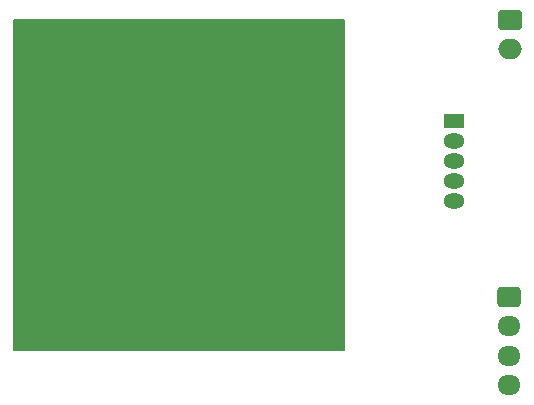
<source format=gbr>
%TF.GenerationSoftware,KiCad,Pcbnew,5.99.0-unknown-1f4a56005e~130~ubuntu20.04.1*%
%TF.CreationDate,2021-06-26T22:45:04+02:00*%
%TF.ProjectId,LED-Modul,4c45442d-4d6f-4647-956c-2e6b69636164,rev?*%
%TF.SameCoordinates,Original*%
%TF.FileFunction,Soldermask,Bot*%
%TF.FilePolarity,Negative*%
%FSLAX46Y46*%
G04 Gerber Fmt 4.6, Leading zero omitted, Abs format (unit mm)*
G04 Created by KiCad (PCBNEW 5.99.0-unknown-1f4a56005e~130~ubuntu20.04.1) date 2021-06-26 22:45:04*
%MOMM*%
%LPD*%
G01*
G04 APERTURE LIST*
G04 Aperture macros list*
%AMRoundRect*
0 Rectangle with rounded corners*
0 $1 Rounding radius*
0 $2 $3 $4 $5 $6 $7 $8 $9 X,Y pos of 4 corners*
0 Add a 4 corners polygon primitive as box body*
4,1,4,$2,$3,$4,$5,$6,$7,$8,$9,$2,$3,0*
0 Add four circle primitives for the rounded corners*
1,1,$1+$1,$2,$3*
1,1,$1+$1,$4,$5*
1,1,$1+$1,$6,$7*
1,1,$1+$1,$8,$9*
0 Add four rect primitives between the rounded corners*
20,1,$1+$1,$2,$3,$4,$5,0*
20,1,$1+$1,$4,$5,$6,$7,0*
20,1,$1+$1,$6,$7,$8,$9,0*
20,1,$1+$1,$8,$9,$2,$3,0*%
G04 Aperture macros list end*
%ADD10C,0.150000*%
%ADD11RoundRect,0.250000X-0.725000X0.600000X-0.725000X-0.600000X0.725000X-0.600000X0.725000X0.600000X0*%
%ADD12O,1.950000X1.700000*%
%ADD13RoundRect,0.250000X-0.750000X0.600000X-0.750000X-0.600000X0.750000X-0.600000X0.750000X0.600000X0*%
%ADD14O,2.000000X1.700000*%
%ADD15R,1.800000X1.275000*%
%ADD16O,1.800000X1.275000*%
G04 APERTURE END LIST*
D10*
X159000000Y-82000000D02*
X131000000Y-82000000D01*
X131000000Y-82000000D02*
X131000000Y-110000000D01*
X131000000Y-110000000D02*
X159000000Y-110000000D01*
X159000000Y-110000000D02*
X159000000Y-82000000D01*
G36*
X159000000Y-82000000D02*
G01*
X131000000Y-82000000D01*
X131000000Y-110000000D01*
X159000000Y-110000000D01*
X159000000Y-82000000D01*
G37*
D11*
%TO.C,J2*%
X172975000Y-105470000D03*
D12*
X172975000Y-107970000D03*
X172975000Y-110470000D03*
X172975000Y-112970000D03*
%TD*%
D13*
%TO.C,J1*%
X173000000Y-82000000D03*
D14*
X173000000Y-84500000D03*
%TD*%
D15*
%TO.C,U1*%
X168300000Y-90580000D03*
D16*
X168300000Y-92280000D03*
X168300000Y-93980000D03*
X168300000Y-95680000D03*
X168300000Y-97380000D03*
%TD*%
M02*

</source>
